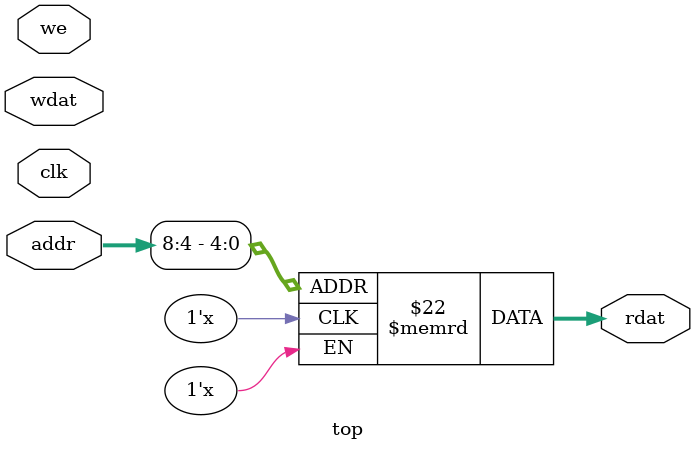
<source format=sv>

/* verilator lint_off PINMISSING */
module top 
#(
   parameter LUTRAM16X10 = 30
)
(
   input   logic clk,

   input logic [$clog2(LUTRAM16X10 * 16)-1 : 0] addr,
   input logic we,
   input logic [9:0] wdat,
   output logic [9:0] rdat
);
localparam ADDR_BITS = $clog2(LUTRAM16X10 * 16)-1;

logic [9:0] read_all [LUTRAM16X10];


logic [LUTRAM16X10-1:0] we_dec;

always_comb begin : _decode
   we_dec = '0;  // Initialize to 0
   if(LUTRAM16X10 > 1) begin
      we_dec [addr[ADDR_BITS:4]] = 1'b1 & we;
      rdat = read_all [addr[ADDR_BITS:4]];   
   end
   else begin // corner cases
      we_dec = we;
      rdat = read_all[0];
   end
   
end
genvar i;
generate
   for(i = 0; i < LUTRAM16X10; i++) begin
      lutram_16x10 u_lut(
         .clk(clk),
         .addr(addr[3:0]),
         .rdat(read_all[i]), //maybe ill need a better description of a read mux
         .wdat(wdat),
         .we(we_dec[i])
      );
   end 
endgenerate

endmodule: top

/*
------------------------------------------------------------------------------
Version History:
------------------------------------------------------------------------------
 2024/8/20 Tarik Ibrahimovic: Initial Creation
*/

</source>
